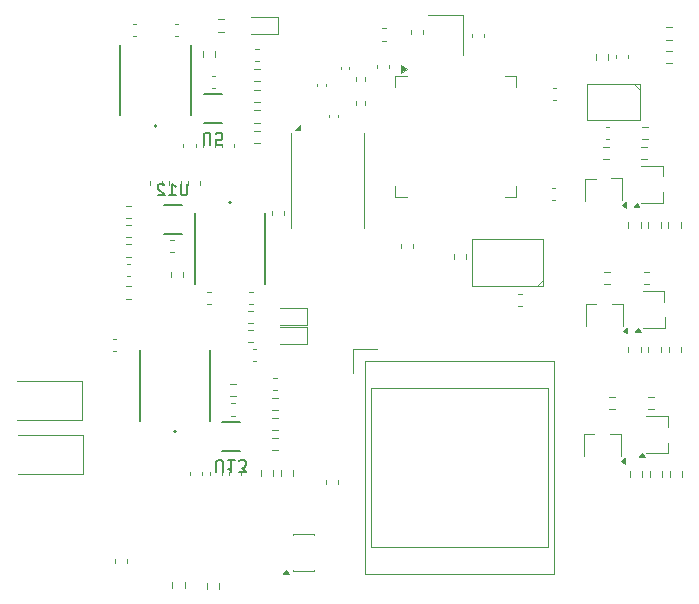
<source format=gbr>
%TF.GenerationSoftware,KiCad,Pcbnew,9.0.2+dfsg-1*%
%TF.CreationDate,2025-11-29T03:23:51-08:00*%
%TF.ProjectId,rc-plane,72632d70-6c61-46e6-952e-6b696361645f,rev?*%
%TF.SameCoordinates,Original*%
%TF.FileFunction,Legend,Bot*%
%TF.FilePolarity,Positive*%
%FSLAX46Y46*%
G04 Gerber Fmt 4.6, Leading zero omitted, Abs format (unit mm)*
G04 Created by KiCad (PCBNEW 9.0.2+dfsg-1) date 2025-11-29 03:23:51*
%MOMM*%
%LPD*%
G01*
G04 APERTURE LIST*
%ADD10C,0.150000*%
%ADD11C,0.152400*%
%ADD12C,0.120000*%
%ADD13C,0.100000*%
%ADD14C,0.127000*%
%ADD15C,0.200000*%
G04 APERTURE END LIST*
D10*
X97272100Y-93545179D02*
X97272100Y-92735656D01*
X97272100Y-92735656D02*
X97319719Y-92640418D01*
X97319719Y-92640418D02*
X97367338Y-92592799D01*
X97367338Y-92592799D02*
X97462576Y-92545179D01*
X97462576Y-92545179D02*
X97653052Y-92545179D01*
X97653052Y-92545179D02*
X97748290Y-92592799D01*
X97748290Y-92592799D02*
X97795909Y-92640418D01*
X97795909Y-92640418D02*
X97843528Y-92735656D01*
X97843528Y-92735656D02*
X97843528Y-93545179D01*
X98843528Y-92545179D02*
X98272100Y-92545179D01*
X98557814Y-92545179D02*
X98557814Y-93545179D01*
X98557814Y-93545179D02*
X98462576Y-93402322D01*
X98462576Y-93402322D02*
X98367338Y-93307084D01*
X98367338Y-93307084D02*
X98272100Y-93259465D01*
X99176862Y-93545179D02*
X99795909Y-93545179D01*
X99795909Y-93545179D02*
X99462576Y-93164227D01*
X99462576Y-93164227D02*
X99605433Y-93164227D01*
X99605433Y-93164227D02*
X99700671Y-93116608D01*
X99700671Y-93116608D02*
X99748290Y-93068989D01*
X99748290Y-93068989D02*
X99795909Y-92973751D01*
X99795909Y-92973751D02*
X99795909Y-92735656D01*
X99795909Y-92735656D02*
X99748290Y-92640418D01*
X99748290Y-92640418D02*
X99700671Y-92592799D01*
X99700671Y-92592799D02*
X99605433Y-92545179D01*
X99605433Y-92545179D02*
X99319719Y-92545179D01*
X99319719Y-92545179D02*
X99224481Y-92592799D01*
X99224481Y-92592799D02*
X99176862Y-92640418D01*
X94849894Y-69117320D02*
X94849894Y-69926843D01*
X94849894Y-69926843D02*
X94802275Y-70022081D01*
X94802275Y-70022081D02*
X94754656Y-70069701D01*
X94754656Y-70069701D02*
X94659418Y-70117320D01*
X94659418Y-70117320D02*
X94468942Y-70117320D01*
X94468942Y-70117320D02*
X94373704Y-70069701D01*
X94373704Y-70069701D02*
X94326085Y-70022081D01*
X94326085Y-70022081D02*
X94278466Y-69926843D01*
X94278466Y-69926843D02*
X94278466Y-69117320D01*
X93278466Y-70117320D02*
X93849894Y-70117320D01*
X93564180Y-70117320D02*
X93564180Y-69117320D01*
X93564180Y-69117320D02*
X93659418Y-69260177D01*
X93659418Y-69260177D02*
X93754656Y-69355415D01*
X93754656Y-69355415D02*
X93849894Y-69403034D01*
X92897513Y-69212558D02*
X92849894Y-69164939D01*
X92849894Y-69164939D02*
X92754656Y-69117320D01*
X92754656Y-69117320D02*
X92516561Y-69117320D01*
X92516561Y-69117320D02*
X92421323Y-69164939D01*
X92421323Y-69164939D02*
X92373704Y-69212558D01*
X92373704Y-69212558D02*
X92326085Y-69307796D01*
X92326085Y-69307796D02*
X92326085Y-69403034D01*
X92326085Y-69403034D02*
X92373704Y-69545891D01*
X92373704Y-69545891D02*
X92945132Y-70117320D01*
X92945132Y-70117320D02*
X92326085Y-70117320D01*
X96226295Y-65832679D02*
X96226295Y-65023156D01*
X96226295Y-65023156D02*
X96273914Y-64927918D01*
X96273914Y-64927918D02*
X96321533Y-64880299D01*
X96321533Y-64880299D02*
X96416771Y-64832679D01*
X96416771Y-64832679D02*
X96607247Y-64832679D01*
X96607247Y-64832679D02*
X96702485Y-64880299D01*
X96702485Y-64880299D02*
X96750104Y-64927918D01*
X96750104Y-64927918D02*
X96797723Y-65023156D01*
X96797723Y-65023156D02*
X96797723Y-65832679D01*
X97750104Y-65832679D02*
X97273914Y-65832679D01*
X97273914Y-65832679D02*
X97226295Y-65356489D01*
X97226295Y-65356489D02*
X97273914Y-65404108D01*
X97273914Y-65404108D02*
X97369152Y-65451727D01*
X97369152Y-65451727D02*
X97607247Y-65451727D01*
X97607247Y-65451727D02*
X97702485Y-65404108D01*
X97702485Y-65404108D02*
X97750104Y-65356489D01*
X97750104Y-65356489D02*
X97797723Y-65261251D01*
X97797723Y-65261251D02*
X97797723Y-65023156D01*
X97797723Y-65023156D02*
X97750104Y-64927918D01*
X97750104Y-64927918D02*
X97702485Y-64880299D01*
X97702485Y-64880299D02*
X97607247Y-64832679D01*
X97607247Y-64832679D02*
X97369152Y-64832679D01*
X97369152Y-64832679D02*
X97273914Y-64880299D01*
X97273914Y-64880299D02*
X97226295Y-64927918D01*
D11*
%TO.C,U13*%
X97735495Y-89268099D02*
X99284895Y-89268099D01*
X99284895Y-91731899D02*
X97735495Y-91731899D01*
%TO.C,U12*%
X94386500Y-73394401D02*
X92837100Y-73394401D01*
X92837100Y-70930601D02*
X94386500Y-70930601D01*
%TO.C,U5*%
X96213500Y-61555599D02*
X97762900Y-61555599D01*
X97762900Y-64019399D02*
X96213500Y-64019399D01*
D12*
%TO.C,R37*%
X133262742Y-66027500D02*
X133737258Y-66027500D01*
X133262742Y-67072500D02*
X133737258Y-67072500D01*
%TO.C,Q1*%
X128420000Y-90365000D02*
X128420000Y-92215000D01*
X129310000Y-90365000D02*
X128420000Y-90365000D01*
X131540000Y-90350000D02*
X130650000Y-90350000D01*
X131540000Y-90350000D02*
X131540000Y-92200000D01*
X131880000Y-92830000D02*
X131550000Y-92590000D01*
X131880000Y-92350000D01*
X131880000Y-92830000D01*
G36*
X131880000Y-92830000D02*
G01*
X131550000Y-92590000D01*
X131880000Y-92350000D01*
X131880000Y-92830000D01*
G37*
%TO.C,C28*%
X94515000Y-66065580D02*
X94515000Y-65784420D01*
X95535000Y-66065580D02*
X95535000Y-65784420D01*
%TO.C,R15*%
X132177500Y-83412258D02*
X132177500Y-82937742D01*
X133222500Y-83412258D02*
X133222500Y-82937742D01*
%TO.C,C48*%
X89709420Y-75915000D02*
X89990580Y-75915000D01*
X89709420Y-76935000D02*
X89990580Y-76935000D01*
%TO.C,C36*%
X96909420Y-60027500D02*
X97190580Y-60027500D01*
X96909420Y-61047500D02*
X97190580Y-61047500D01*
%TO.C,C55*%
X102412575Y-85540000D02*
X102131415Y-85540000D01*
X102412575Y-86560000D02*
X102131415Y-86560000D01*
%TO.C,R61*%
X102034737Y-87237500D02*
X102509253Y-87237500D01*
X102034737Y-88282500D02*
X102509253Y-88282500D01*
%TO.C,D12*%
X102725000Y-79665000D02*
X105010000Y-79665000D01*
X105010000Y-79665000D02*
X105010000Y-81135000D01*
X105010000Y-81135000D02*
X102725000Y-81135000D01*
%TO.C,R57*%
X99962742Y-81477500D02*
X100437258Y-81477500D01*
X99962742Y-82522500D02*
X100437258Y-82522500D01*
%TO.C,R38*%
X132177500Y-72412742D02*
X132177500Y-72887258D01*
X133222500Y-72412742D02*
X133222500Y-72887258D01*
%TO.C,R5*%
X135677500Y-93462742D02*
X135677500Y-93937258D01*
X136722500Y-93462742D02*
X136722500Y-93937258D01*
%TO.C,R1*%
X135837258Y-55877500D02*
X135362742Y-55877500D01*
X135837258Y-56922500D02*
X135362742Y-56922500D01*
%TO.C,R34*%
X133462742Y-76577500D02*
X133937258Y-76577500D01*
X133462742Y-77622500D02*
X133937258Y-77622500D01*
%TO.C,C44*%
X93690580Y-73902500D02*
X93409420Y-73902500D01*
X93690580Y-74922500D02*
X93409420Y-74922500D01*
%TO.C,R3*%
X135362742Y-57877500D02*
X135837258Y-57877500D01*
X135362742Y-58922500D02*
X135837258Y-58922500D01*
%TO.C,R50*%
X89612742Y-72627500D02*
X90087258Y-72627500D01*
X89612742Y-73672500D02*
X90087258Y-73672500D01*
%TO.C,C33*%
X112890000Y-74259420D02*
X112890000Y-74540580D01*
X113910000Y-74259420D02*
X113910000Y-74540580D01*
%TO.C,R18*%
X135627500Y-82937742D02*
X135627500Y-83412258D01*
X136672500Y-82937742D02*
X136672500Y-83412258D01*
%TO.C,Q7*%
X135095000Y-67620000D02*
X133245000Y-67620000D01*
X135095000Y-68510000D02*
X135095000Y-67620000D01*
X135110000Y-70740000D02*
X133260000Y-70740000D01*
X135110000Y-70740000D02*
X135110000Y-69850000D01*
X133110000Y-71080000D02*
X132630000Y-71080000D01*
X132870000Y-70750000D01*
X133110000Y-71080000D01*
G36*
X133110000Y-71080000D02*
G01*
X132630000Y-71080000D01*
X132870000Y-70750000D01*
X133110000Y-71080000D01*
G37*
%TO.C,C32*%
X130540580Y-64340000D02*
X130259420Y-64340000D01*
X130540580Y-65360000D02*
X130259420Y-65360000D01*
%TO.C,R46*%
X100512742Y-62915000D02*
X100987258Y-62915000D01*
X100512742Y-63960000D02*
X100987258Y-63960000D01*
%TO.C,C30*%
X106840000Y-63272164D02*
X106840000Y-63487836D01*
X107560000Y-63272164D02*
X107560000Y-63487836D01*
%TO.C,C1*%
X113790000Y-56159420D02*
X113790000Y-56440580D01*
X114810000Y-56159420D02*
X114810000Y-56440580D01*
%TO.C,R35*%
X130062742Y-66027500D02*
X130537258Y-66027500D01*
X130062742Y-67072500D02*
X130537258Y-67072500D01*
%TO.C,C50*%
X98361995Y-93790580D02*
X98361995Y-93509420D01*
X99381995Y-93790580D02*
X99381995Y-93509420D01*
%TO.C,U11*%
X112465000Y-60015000D02*
X113415000Y-60015000D01*
X112465000Y-60965000D02*
X112465000Y-60015000D01*
X112465000Y-69285000D02*
X112465000Y-70235000D01*
X112465000Y-70235000D02*
X113415000Y-70235000D01*
X122685000Y-60015000D02*
X121735000Y-60015000D01*
X122685000Y-60965000D02*
X122685000Y-60015000D01*
X122685000Y-69285000D02*
X122685000Y-70235000D01*
X122685000Y-70235000D02*
X121735000Y-70235000D01*
X113415000Y-59400000D02*
X112945000Y-59740000D01*
X112945000Y-59060000D01*
X113415000Y-59400000D01*
G36*
X113415000Y-59400000D02*
G01*
X112945000Y-59740000D01*
X112945000Y-59060000D01*
X113415000Y-59400000D01*
G37*
%TO.C,R51*%
X90087258Y-74277500D02*
X89612742Y-74277500D01*
X90087258Y-75322500D02*
X89612742Y-75322500D01*
D13*
%TO.C,U7*%
X124925000Y-77300000D02*
X124425000Y-77800000D01*
X124925000Y-77800000D02*
X118925000Y-77800000D01*
X118925000Y-73800000D01*
X124925000Y-73800000D01*
X124925000Y-77800000D01*
D12*
%TO.C,R4*%
X131037258Y-87177500D02*
X130562742Y-87177500D01*
X131037258Y-88222500D02*
X130562742Y-88222500D01*
%TO.C,R39*%
X133877500Y-72412742D02*
X133877500Y-72887258D01*
X134922500Y-72412742D02*
X134922500Y-72887258D01*
%TO.C,R40*%
X117377500Y-75062742D02*
X117377500Y-75537258D01*
X118422500Y-75062742D02*
X118422500Y-75537258D01*
%TO.C,R60*%
X102509253Y-88927500D02*
X102034737Y-88927500D01*
X102509253Y-89972500D02*
X102034737Y-89972500D01*
%TO.C,Q2*%
X135545000Y-88820000D02*
X133695000Y-88820000D01*
X135545000Y-89710000D02*
X135545000Y-88820000D01*
X135560000Y-91940000D02*
X133710000Y-91940000D01*
X135560000Y-91940000D02*
X135560000Y-91050000D01*
X133560000Y-92280000D02*
X133080000Y-92280000D01*
X133320000Y-91950000D01*
X133560000Y-92280000D01*
G36*
X133560000Y-92280000D02*
G01*
X133080000Y-92280000D01*
X133320000Y-91950000D01*
X133560000Y-92280000D01*
G37*
%TO.C,R49*%
X102034737Y-90627500D02*
X102509253Y-90627500D01*
X102034737Y-91672500D02*
X102509253Y-91672500D01*
%TO.C,C31*%
X97790000Y-66065580D02*
X97790000Y-65784420D01*
X98810000Y-66065580D02*
X98810000Y-65784420D01*
D13*
%TO.C,U2*%
X108890000Y-83140000D02*
X110890000Y-83140000D01*
X108890000Y-85140000D02*
X108890000Y-83140000D01*
X109890000Y-84140000D02*
X125890000Y-84140000D01*
X125890000Y-102140000D01*
X109890000Y-102140000D01*
X109890000Y-84140000D01*
X110390000Y-86390000D02*
X125390000Y-86390000D01*
X125390000Y-99890000D01*
X110390000Y-99890000D01*
X110390000Y-86390000D01*
D12*
%TO.C,C15*%
X88690000Y-100934420D02*
X88690000Y-101215580D01*
X89710000Y-100934420D02*
X89710000Y-101215580D01*
%TO.C,R32*%
X100987258Y-61177500D02*
X100512742Y-61177500D01*
X100987258Y-62222500D02*
X100512742Y-62222500D01*
%TO.C,D5*%
X85960000Y-85800000D02*
X80450000Y-85800000D01*
X85960000Y-85800000D02*
X85960000Y-89100000D01*
X85960000Y-89100000D02*
X80450000Y-89100000D01*
%TO.C,C29*%
X131115000Y-58530580D02*
X131115000Y-58249420D01*
X132135000Y-58530580D02*
X132135000Y-58249420D01*
%TO.C,R27*%
X109120000Y-62453641D02*
X109120000Y-62146359D01*
X109880000Y-62453641D02*
X109880000Y-62146359D01*
%TO.C,R14*%
X133877500Y-82937742D02*
X133877500Y-83412258D01*
X134922500Y-82937742D02*
X134922500Y-83412258D01*
%TO.C,D13*%
X102725000Y-81265000D02*
X105010000Y-81265000D01*
X105010000Y-81265000D02*
X105010000Y-82735000D01*
X105010000Y-82735000D02*
X102725000Y-82735000D01*
D13*
%TO.C,U6*%
X133150000Y-61200000D02*
X132650000Y-60700000D01*
X133150000Y-63700000D02*
X128650000Y-63700000D01*
X128650000Y-60700000D01*
X133150000Y-60700000D01*
X133150000Y-63700000D01*
D12*
%TO.C,R52*%
X93427500Y-76575241D02*
X93427500Y-77049757D01*
X94472500Y-76575241D02*
X94472500Y-77049757D01*
%TO.C,C38*%
X94065580Y-55627500D02*
X93784420Y-55627500D01*
X94065580Y-56647500D02*
X93784420Y-56647500D01*
%TO.C,R19*%
X130137742Y-76577500D02*
X130612258Y-76577500D01*
X130137742Y-77622500D02*
X130612258Y-77622500D01*
%TO.C,R41*%
X133362742Y-64327500D02*
X133837258Y-64327500D01*
X133362742Y-65372500D02*
X133837258Y-65372500D01*
D14*
%TO.C,L2*%
X89150000Y-63350000D02*
X89150000Y-57350000D01*
X95150000Y-63350000D02*
X95150000Y-57350000D01*
D15*
X92250000Y-64250000D02*
G75*
G02*
X92050000Y-64250000I-100000J0D01*
G01*
X92050000Y-64250000D02*
G75*
G02*
X92250000Y-64250000I100000J0D01*
G01*
D12*
%TO.C,R48*%
X97437742Y-55227500D02*
X97912258Y-55227500D01*
X97437742Y-56272500D02*
X97912258Y-56272500D01*
%TO.C,C52*%
X98559420Y-87740000D02*
X98840580Y-87740000D01*
X98559420Y-88760000D02*
X98840580Y-88760000D01*
%TO.C,R55*%
X98462742Y-86077500D02*
X98937258Y-86077500D01*
X98462742Y-87122500D02*
X98937258Y-87122500D01*
%TO.C,C6*%
X110890000Y-59340580D02*
X110890000Y-59059420D01*
X111910000Y-59340580D02*
X111910000Y-59059420D01*
%TO.C,D11*%
X100200000Y-55015000D02*
X102485000Y-55015000D01*
X102485000Y-55015000D02*
X102485000Y-56485000D01*
X102485000Y-56485000D02*
X100200000Y-56485000D01*
%TO.C,Q4*%
X135235000Y-78220000D02*
X133385000Y-78220000D01*
X135235000Y-79110000D02*
X135235000Y-78220000D01*
X135250000Y-81340000D02*
X133400000Y-81340000D01*
X135250000Y-81340000D02*
X135250000Y-80450000D01*
X133250000Y-81680000D02*
X132770000Y-81680000D01*
X133010000Y-81350000D01*
X133250000Y-81680000D01*
G36*
X133250000Y-81680000D02*
G01*
X132770000Y-81680000D01*
X133010000Y-81350000D01*
X133250000Y-81680000D01*
G37*
%TO.C,U46*%
X103615000Y-64860000D02*
X103615000Y-72850000D01*
X109835000Y-64850000D02*
X109835000Y-72850000D01*
X104415000Y-64620000D02*
X103935000Y-64620000D01*
X104415000Y-64140000D01*
X104415000Y-64620000D01*
G36*
X104415000Y-64620000D02*
G01*
X103935000Y-64620000D01*
X104415000Y-64140000D01*
X104415000Y-64620000D01*
G37*
%TO.C,Q5*%
X128570000Y-79345000D02*
X128570000Y-81195000D01*
X129460000Y-79345000D02*
X128570000Y-79345000D01*
X131690000Y-79330000D02*
X130800000Y-79330000D01*
X131690000Y-79330000D02*
X131690000Y-81180000D01*
X132030000Y-81810000D02*
X131700000Y-81570000D01*
X132030000Y-81330000D01*
X132030000Y-81810000D01*
G36*
X132030000Y-81810000D02*
G01*
X131700000Y-81570000D01*
X132030000Y-81330000D01*
X132030000Y-81810000D01*
G37*
%TO.C,C45*%
X100365579Y-78302500D02*
X100084419Y-78302500D01*
X100365579Y-79322500D02*
X100084419Y-79322500D01*
%TO.C,C26*%
X96140000Y-66053080D02*
X96140000Y-65771920D01*
X97160000Y-66053080D02*
X97160000Y-65771920D01*
%TO.C,U9*%
X103752500Y-98790000D02*
X103752500Y-98840000D01*
X103752500Y-101860000D02*
X103752500Y-101910000D01*
X103752500Y-101910000D02*
X105572500Y-101910000D01*
X105572500Y-98790000D02*
X103752500Y-98790000D01*
X105572500Y-98840000D02*
X105572500Y-98790000D01*
X105572500Y-101910000D02*
X105572500Y-101860000D01*
X103452500Y-102190000D02*
X102972500Y-102190000D01*
X103212500Y-101860000D01*
X103452500Y-102190000D01*
G36*
X103452500Y-102190000D02*
G01*
X102972500Y-102190000D01*
X103212500Y-101860000D01*
X103452500Y-102190000D01*
G37*
%TO.C,D4*%
X86010000Y-90450000D02*
X80500000Y-90450000D01*
X86010000Y-90450000D02*
X86010000Y-93750000D01*
X86010000Y-93750000D02*
X80500000Y-93750000D01*
D14*
%TO.C,L3*%
X95450000Y-71600000D02*
X95450000Y-77600000D01*
X101450000Y-71600000D02*
X101450000Y-77600000D01*
D15*
X98550000Y-70700000D02*
G75*
G02*
X98350000Y-70700000I-100000J0D01*
G01*
X98350000Y-70700000D02*
G75*
G02*
X98550000Y-70700000I100000J0D01*
G01*
D12*
%TO.C,R25*%
X96477500Y-103437258D02*
X96477500Y-102962742D01*
X97522500Y-103437258D02*
X97522500Y-102962742D01*
%TO.C,R36*%
X135577500Y-72412742D02*
X135577500Y-72887258D01*
X136622500Y-72412742D02*
X136622500Y-72887258D01*
%TO.C,R7*%
X133977500Y-93462742D02*
X133977500Y-93937258D01*
X135022500Y-93462742D02*
X135022500Y-93937258D01*
%TO.C,R53*%
X90087258Y-70990000D02*
X89612742Y-70990000D01*
X90087258Y-72035000D02*
X89612742Y-72035000D01*
%TO.C,R47*%
X96127500Y-58374759D02*
X96127500Y-57900243D01*
X97172500Y-58374759D02*
X97172500Y-57900243D01*
%TO.C,C27*%
X107840000Y-59427836D02*
X107840000Y-59212164D01*
X108560000Y-59427836D02*
X108560000Y-59212164D01*
%TO.C,C39*%
X93290000Y-68921920D02*
X93290000Y-69203080D01*
X94310000Y-68921920D02*
X94310000Y-69203080D01*
%TO.C,C5*%
X111640580Y-55990000D02*
X111359420Y-55990000D01*
X111640580Y-57010000D02*
X111359420Y-57010000D01*
%TO.C,R24*%
X93577500Y-103337258D02*
X93577500Y-102862742D01*
X94622500Y-103337258D02*
X94622500Y-102862742D01*
%TO.C,Y1*%
X115240000Y-54815000D02*
X118160000Y-54815000D01*
X118160000Y-54815000D02*
X118160000Y-58235000D01*
D14*
%TO.C,L4*%
X90800000Y-89200000D02*
X90800000Y-83200000D01*
X96800000Y-89200000D02*
X96800000Y-83200000D01*
D15*
X93900000Y-90100000D02*
G75*
G02*
X93700000Y-90100000I-100000J0D01*
G01*
X93700000Y-90100000D02*
G75*
G02*
X93900000Y-90100000I100000J0D01*
G01*
D12*
%TO.C,C47*%
X96534420Y-78302500D02*
X96815580Y-78302500D01*
X96534420Y-79322500D02*
X96815580Y-79322500D01*
%TO.C,C49*%
X95090000Y-93790580D02*
X95090000Y-93509420D01*
X96110000Y-93790580D02*
X96110000Y-93509420D01*
%TO.C,C34*%
X125684420Y-69490000D02*
X125965580Y-69490000D01*
X125684420Y-70510000D02*
X125965580Y-70510000D01*
%TO.C,C46*%
X96740000Y-93790580D02*
X96740000Y-93509420D01*
X97760000Y-93790580D02*
X97760000Y-93509420D01*
%TO.C,C53*%
X88559420Y-82290000D02*
X88840580Y-82290000D01*
X88559420Y-83310000D02*
X88840580Y-83310000D01*
%TO.C,R58*%
X101049495Y-93412742D02*
X101049495Y-93887258D01*
X102094495Y-93412742D02*
X102094495Y-93887258D01*
%TO.C,R31*%
X100512742Y-64677500D02*
X100987258Y-64677500D01*
X100512742Y-65722500D02*
X100987258Y-65722500D01*
%TO.C,C25*%
X123140580Y-78490000D02*
X122859420Y-78490000D01*
X123140580Y-79510000D02*
X122859420Y-79510000D01*
%TO.C,R59*%
X102749495Y-93887258D02*
X102749495Y-93412742D01*
X103794495Y-93887258D02*
X103794495Y-93412742D01*
%TO.C,C14*%
X102040000Y-71765580D02*
X102040000Y-71484420D01*
X103060000Y-71765580D02*
X103060000Y-71484420D01*
%TO.C,C40*%
X94902500Y-68921920D02*
X94902500Y-69203080D01*
X95922500Y-68921920D02*
X95922500Y-69203080D01*
%TO.C,C21*%
X100890580Y-57740000D02*
X100609420Y-57740000D01*
X100890580Y-58760000D02*
X100609420Y-58760000D01*
%TO.C,C4*%
X118915000Y-56740580D02*
X118915000Y-56459420D01*
X119935000Y-56740580D02*
X119935000Y-56459420D01*
%TO.C,R42*%
X129402500Y-58627258D02*
X129402500Y-58152742D01*
X130447500Y-58627258D02*
X130447500Y-58152742D01*
%TO.C,R43*%
X100512742Y-59427500D02*
X100987258Y-59427500D01*
X100512742Y-60472500D02*
X100987258Y-60472500D01*
%TO.C,C54*%
X100640580Y-83090000D02*
X100359420Y-83090000D01*
X100640580Y-84110000D02*
X100359420Y-84110000D01*
%TO.C,R8*%
X133862742Y-87177500D02*
X134337258Y-87177500D01*
X133862742Y-88222500D02*
X134337258Y-88222500D01*
%TO.C,R56*%
X99962742Y-79877500D02*
X100437258Y-79877500D01*
X99962742Y-80922500D02*
X100437258Y-80922500D01*
%TO.C,C42*%
X106590000Y-94259420D02*
X106590000Y-94540580D01*
X107610000Y-94259420D02*
X107610000Y-94540580D01*
%TO.C,R54*%
X90087258Y-77815000D02*
X89612742Y-77815000D01*
X90087258Y-78860000D02*
X89612742Y-78860000D01*
%TO.C,R30*%
X109120000Y-60136359D02*
X109120000Y-60443641D01*
X109880000Y-60136359D02*
X109880000Y-60443641D01*
%TO.C,R6*%
X132277500Y-93462742D02*
X132277500Y-93937258D01*
X133322500Y-93462742D02*
X133322500Y-93937258D01*
%TO.C,C7*%
X125759420Y-60990000D02*
X126040580Y-60990000D01*
X125759420Y-62010000D02*
X126040580Y-62010000D01*
%TO.C,Q6*%
X128512500Y-68705000D02*
X128512500Y-70555000D01*
X129402500Y-68705000D02*
X128512500Y-68705000D01*
X131632500Y-68690000D02*
X130742500Y-68690000D01*
X131632500Y-68690000D02*
X131632500Y-70540000D01*
X131972500Y-71170000D02*
X131642500Y-70930000D01*
X131972500Y-70690000D01*
X131972500Y-71170000D01*
G36*
X131972500Y-71170000D02*
G01*
X131642500Y-70930000D01*
X131972500Y-70690000D01*
X131972500Y-71170000D01*
G37*
%TO.C,C37*%
X90234421Y-55627500D02*
X90515581Y-55627500D01*
X90234421Y-56647500D02*
X90515581Y-56647500D01*
%TO.C,C117*%
X105840000Y-60887836D02*
X105840000Y-60672164D01*
X106560000Y-60887836D02*
X106560000Y-60672164D01*
%TO.C,C41*%
X91690000Y-68921920D02*
X91690000Y-69203080D01*
X92710000Y-68921920D02*
X92710000Y-69203080D01*
%TD*%
M02*

</source>
